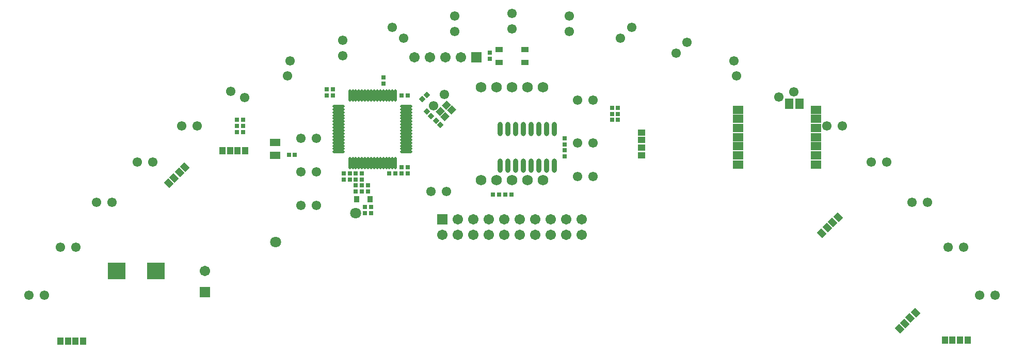
<source format=gbs>
G04 Layer_Color=16711935*
%FSLAX44Y44*%
%MOMM*%
G71*
G01*
G75*
%ADD65R,0.8032X0.8032*%
%ADD66R,0.8032X0.8032*%
%ADD70C,1.7032*%
%ADD76O,0.8032X2.3532*%
%ADD82R,1.7032X1.2032*%
%ADD83R,1.0532X1.2032*%
G04:AMPARAMS|DCode=84|XSize=1.0532mm|YSize=1.2032mm|CornerRadius=0mm|HoleSize=0mm|Usage=FLASHONLY|Rotation=225.000|XOffset=0mm|YOffset=0mm|HoleType=Round|Shape=Rectangle|*
%AMROTATEDRECTD84*
4,1,4,-0.0530,0.7978,0.7978,-0.0530,0.0530,-0.7978,-0.7978,0.0530,-0.0530,0.7978,0.0*
%
%ADD84ROTATEDRECTD84*%

%ADD85R,1.2032X1.0532*%
%ADD86R,1.7032X1.7032*%
%ADD87C,1.8032*%
%ADD88R,1.7032X1.7032*%
%ADD89C,1.5532*%
%ADD90C,1.7272*%
%ADD92R,1.7032X1.4032*%
%ADD93R,1.4032X1.7032*%
%ADD94R,1.2532X0.8532*%
G04:AMPARAMS|DCode=95|XSize=1.1532mm|YSize=1.0532mm|CornerRadius=0mm|HoleSize=0mm|Usage=FLASHONLY|Rotation=45.000|XOffset=0mm|YOffset=0mm|HoleType=Round|Shape=Rectangle|*
%AMROTATEDRECTD95*
4,1,4,-0.0353,-0.7801,-0.7801,-0.0353,0.0353,0.7801,0.7801,0.0353,-0.0353,-0.7801,0.0*
%
%ADD95ROTATEDRECTD95*%

%ADD96P,1.1359X4X270.0*%
%ADD97P,1.1359X4X360.0*%
%ADD98O,2.0032X0.5032*%
%ADD99O,0.5032X2.0032*%
%ADD100R,0.8332X1.0332*%
%ADD101R,2.9732X2.7532*%
D65*
X592500Y425000D02*
D03*
Y415000D02*
D03*
X622500Y267500D02*
D03*
Y277500D02*
D03*
X632500Y277500D02*
D03*
Y267500D02*
D03*
X890000Y295000D02*
D03*
Y305000D02*
D03*
Y315000D02*
D03*
Y325000D02*
D03*
X767500Y455000D02*
D03*
Y465000D02*
D03*
X510000Y405000D02*
D03*
Y395000D02*
D03*
X500000Y395000D02*
D03*
Y405000D02*
D03*
X567500Y247500D02*
D03*
Y237500D02*
D03*
X537500Y257500D02*
D03*
Y267500D02*
D03*
X527500Y257500D02*
D03*
Y267500D02*
D03*
X547500Y267500D02*
D03*
Y257500D02*
D03*
X557500Y257500D02*
D03*
Y267500D02*
D03*
D66*
X612500D02*
D03*
X602500D02*
D03*
X967500Y355000D02*
D03*
X977500D02*
D03*
X967500Y365000D02*
D03*
X977500D02*
D03*
X967500Y375000D02*
D03*
X977500D02*
D03*
X632500Y395000D02*
D03*
X622500D02*
D03*
X572500Y202500D02*
D03*
X562500D02*
D03*
X572500Y212500D02*
D03*
X562500D02*
D03*
X547500Y237500D02*
D03*
X557500D02*
D03*
X547500Y247500D02*
D03*
X557500D02*
D03*
X437500Y297500D02*
D03*
X447500D02*
D03*
X362500Y335000D02*
D03*
X352500D02*
D03*
X362500Y345000D02*
D03*
X352500D02*
D03*
X362500Y355000D02*
D03*
X352500D02*
D03*
X782500Y232500D02*
D03*
X772500D02*
D03*
X792500D02*
D03*
X802500D02*
D03*
D70*
X719600Y457500D02*
D03*
X694200D02*
D03*
X668800D02*
D03*
X643400D02*
D03*
X300000Y107500D02*
D03*
X689350Y166944D02*
D03*
X714750Y192344D02*
D03*
Y166944D02*
D03*
X740150Y192344D02*
D03*
Y166944D02*
D03*
X765550Y192344D02*
D03*
Y166944D02*
D03*
X790950Y192344D02*
D03*
Y166944D02*
D03*
X816350Y192344D02*
D03*
Y166944D02*
D03*
X841750Y192344D02*
D03*
Y166944D02*
D03*
X867150Y192344D02*
D03*
Y166944D02*
D03*
X892550Y192344D02*
D03*
Y166944D02*
D03*
X917950Y192344D02*
D03*
Y166944D02*
D03*
D76*
X873100Y280000D02*
D03*
X860400D02*
D03*
X847700D02*
D03*
X835000D02*
D03*
X822300D02*
D03*
X809600D02*
D03*
X796900D02*
D03*
X784200D02*
D03*
X873100Y340000D02*
D03*
X860400D02*
D03*
X847700D02*
D03*
X835000D02*
D03*
X822300D02*
D03*
X809600D02*
D03*
X796900D02*
D03*
X784200D02*
D03*
D82*
X415000Y318000D02*
D03*
Y297000D02*
D03*
D83*
X1551100Y-6556D02*
D03*
X1538600D02*
D03*
X1526100D02*
D03*
X1513600D02*
D03*
X100100Y-7556D02*
D03*
X87600D02*
D03*
X75100D02*
D03*
X62600D02*
D03*
X366100Y304444D02*
D03*
X353600D02*
D03*
X341100D02*
D03*
X328600D02*
D03*
D84*
X1439104Y12443D02*
D03*
X1447942Y21282D02*
D03*
X1456781Y30121D02*
D03*
X1465620Y38960D02*
D03*
X1311853Y169193D02*
D03*
X1320692Y178032D02*
D03*
X1329531Y186871D02*
D03*
X1338370Y195710D02*
D03*
X267097Y277446D02*
D03*
X258258Y268608D02*
D03*
X249419Y259769D02*
D03*
X240580Y250930D02*
D03*
D85*
X1016350Y334440D02*
D03*
Y321940D02*
D03*
Y309440D02*
D03*
Y296940D02*
D03*
D86*
X745000Y457500D02*
D03*
X689350Y192344D02*
D03*
D87*
X415943Y154617D02*
D03*
X547500Y202500D02*
D03*
D88*
X300000Y72500D02*
D03*
D89*
X1393166Y286274D02*
D03*
X1418566D02*
D03*
X1459779Y219641D02*
D03*
X1485179D02*
D03*
X1544464Y146431D02*
D03*
X1519064D02*
D03*
X1595771Y67444D02*
D03*
X1570371D02*
D03*
X365159Y391479D02*
D03*
X342138Y402214D02*
D03*
X435380Y427108D02*
D03*
X439791Y452122D02*
D03*
X625508Y488797D02*
D03*
X607548Y506757D02*
D03*
X1171917Y427128D02*
D03*
X1167506Y452142D02*
D03*
X1265727Y400791D02*
D03*
X1241570Y392942D02*
D03*
X696348Y237444D02*
D03*
X670948D02*
D03*
X674668Y378464D02*
D03*
X692629Y396424D02*
D03*
X525533Y460695D02*
D03*
Y486095D02*
D03*
X709573Y499814D02*
D03*
Y525214D02*
D03*
X803649Y504744D02*
D03*
Y530144D02*
D03*
X897724Y499814D02*
D03*
Y525214D02*
D03*
X981789Y488797D02*
D03*
X999749Y506757D02*
D03*
X910948Y387444D02*
D03*
X936348D02*
D03*
X910948Y317444D02*
D03*
X936348D02*
D03*
X910948Y262444D02*
D03*
X936348D02*
D03*
X1072784Y464414D02*
D03*
X1090744Y482375D02*
D03*
X1319955Y345539D02*
D03*
X1345355D02*
D03*
X482421Y324481D02*
D03*
X457021D02*
D03*
X482421Y269481D02*
D03*
X457021D02*
D03*
X482421Y214481D02*
D03*
X457021D02*
D03*
X287342Y345539D02*
D03*
X261942D02*
D03*
X214131Y286254D02*
D03*
X188731D02*
D03*
X147518Y219622D02*
D03*
X122118D02*
D03*
X88233Y146431D02*
D03*
X62833D02*
D03*
X36926Y67424D02*
D03*
X11526D02*
D03*
D90*
X854448Y408644D02*
D03*
X829048D02*
D03*
X803649D02*
D03*
X778249D02*
D03*
X752849D02*
D03*
X854448Y256244D02*
D03*
X829048D02*
D03*
X803649D02*
D03*
X778249D02*
D03*
X752849D02*
D03*
D92*
X1174800Y371750D02*
D03*
Y356750D02*
D03*
Y341750D02*
D03*
Y326750D02*
D03*
Y311750D02*
D03*
Y296750D02*
D03*
Y281750D02*
D03*
X1302200Y371750D02*
D03*
Y356750D02*
D03*
Y341750D02*
D03*
Y326750D02*
D03*
Y311750D02*
D03*
Y296750D02*
D03*
Y281750D02*
D03*
D93*
X1258700Y381750D02*
D03*
X1275200D02*
D03*
D94*
X782900Y449250D02*
D03*
Y470750D02*
D03*
X824400D02*
D03*
Y449250D02*
D03*
D95*
X704192Y371061D02*
D03*
X696061Y379192D02*
D03*
X685808Y368939D02*
D03*
X693939Y360808D02*
D03*
D96*
X686036Y346465D02*
D03*
X678964Y353535D02*
D03*
X671036Y361465D02*
D03*
X663964Y368535D02*
D03*
D97*
X663536Y396036D02*
D03*
X656464Y388965D02*
D03*
D98*
X630500Y377500D02*
D03*
Y372500D02*
D03*
Y367500D02*
D03*
Y362500D02*
D03*
Y357500D02*
D03*
Y352500D02*
D03*
Y347500D02*
D03*
Y342500D02*
D03*
Y337500D02*
D03*
Y332500D02*
D03*
Y327500D02*
D03*
Y322500D02*
D03*
Y317500D02*
D03*
Y312500D02*
D03*
Y307500D02*
D03*
Y302500D02*
D03*
X519500D02*
D03*
Y307500D02*
D03*
Y312500D02*
D03*
Y317500D02*
D03*
Y322500D02*
D03*
Y327500D02*
D03*
Y332500D02*
D03*
Y337500D02*
D03*
Y342500D02*
D03*
Y347500D02*
D03*
Y352500D02*
D03*
Y357500D02*
D03*
Y362500D02*
D03*
Y367500D02*
D03*
Y372500D02*
D03*
Y377500D02*
D03*
D99*
X612500Y284500D02*
D03*
X607500D02*
D03*
X602500D02*
D03*
X597500D02*
D03*
X592500D02*
D03*
X587500D02*
D03*
X582500D02*
D03*
X577500D02*
D03*
X572500D02*
D03*
X567500D02*
D03*
X562500D02*
D03*
X557500D02*
D03*
X552500D02*
D03*
X547500D02*
D03*
X542500D02*
D03*
X537500D02*
D03*
Y395500D02*
D03*
X542500D02*
D03*
X547500D02*
D03*
X552500D02*
D03*
X557500D02*
D03*
X562500D02*
D03*
X567500D02*
D03*
X572500D02*
D03*
X577500D02*
D03*
X582500D02*
D03*
X587500D02*
D03*
X592500D02*
D03*
X597500D02*
D03*
X602500D02*
D03*
X607500D02*
D03*
X612500D02*
D03*
D100*
X571100Y225000D02*
D03*
X548900D02*
D03*
D101*
X155300Y107500D02*
D03*
X219700D02*
D03*
M02*

</source>
